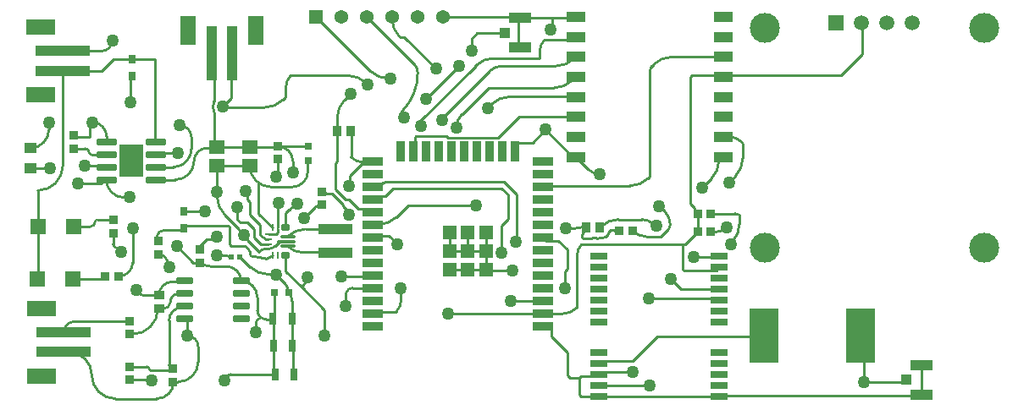
<source format=gbr>
%TF.GenerationSoftware,Altium Limited,Altium Designer,25.5.2 (35)*%
G04 Layer_Physical_Order=1*
G04 Layer_Color=255*
%FSLAX45Y45*%
%MOMM*%
%TF.SameCoordinates,50C6A35A-3351-48EA-99BD-CB12244F42B2*%
%TF.FilePolarity,Positive*%
%TF.FileFunction,Copper,L1,Top,Signal*%
%TF.Part,Single*%
G01*
G75*
%TA.AperFunction,Conductor*%
%ADD10C,0.25400*%
%TA.AperFunction,BGAPad,CuDef*%
%ADD11R,1.33000X1.33000*%
%TA.AperFunction,SMDPad,CuDef*%
%ADD12R,0.90000X2.00000*%
%ADD13R,2.00000X0.90000*%
G04:AMPARAMS|DCode=14|XSize=0.65mm|YSize=1.65mm|CornerRadius=0.04875mm|HoleSize=0mm|Usage=FLASHONLY|Rotation=90.000|XOffset=0mm|YOffset=0mm|HoleType=Round|Shape=RoundedRectangle|*
%AMROUNDEDRECTD14*
21,1,0.65000,1.55250,0,0,90.0*
21,1,0.55250,1.65000,0,0,90.0*
1,1,0.09750,0.77625,0.27625*
1,1,0.09750,0.77625,-0.27625*
1,1,0.09750,-0.77625,-0.27625*
1,1,0.09750,-0.77625,0.27625*
%
%ADD14ROUNDEDRECTD14*%
%ADD15R,1.00000X0.90000*%
%ADD16R,1.95000X1.05000*%
%ADD17R,2.20000X1.05000*%
%ADD18R,0.70000X0.70000*%
%TA.AperFunction,ConnectorPad*%
%ADD19R,1.80000X0.80000*%
%TA.AperFunction,SMDPad,CuDef*%
%ADD20R,0.70000X1.30000*%
%TA.AperFunction,ConnectorPad*%
%ADD21R,1.00000X5.50000*%
%TA.AperFunction,SMDPad,CuDef*%
%ADD22R,1.55620X1.45464*%
G04:AMPARAMS|DCode=23|XSize=1.97mm|YSize=0.6mm|CornerRadius=0.075mm|HoleSize=0mm|Usage=FLASHONLY|Rotation=0.000|XOffset=0mm|YOffset=0mm|HoleType=Round|Shape=RoundedRectangle|*
%AMROUNDEDRECTD23*
21,1,1.97000,0.45000,0,0,0.0*
21,1,1.82000,0.60000,0,0,0.0*
1,1,0.15000,0.91000,-0.22500*
1,1,0.15000,-0.91000,-0.22500*
1,1,0.15000,-0.91000,0.22500*
1,1,0.15000,0.91000,0.22500*
%
%ADD23ROUNDEDRECTD23*%
%ADD24R,5.50000X1.00000*%
%ADD25R,0.95000X0.85000*%
%ADD26R,1.20000X1.00000*%
%TA.AperFunction,SMDPad,SMDef*%
G04:AMPARAMS|DCode=27|XSize=0.25mm|YSize=0.6mm|CornerRadius=0.05mm|HoleSize=0mm|Usage=FLASHONLY|Rotation=0.000|XOffset=0mm|YOffset=0mm|HoleType=Round|Shape=RoundedRectangle|*
%AMROUNDEDRECTD27*
21,1,0.25000,0.50000,0,0,0.0*
21,1,0.15000,0.60000,0,0,0.0*
1,1,0.10000,0.07500,-0.25000*
1,1,0.10000,-0.07500,-0.25000*
1,1,0.10000,-0.07500,0.25000*
1,1,0.10000,0.07500,0.25000*
%
%ADD27ROUNDEDRECTD27*%
G04:AMPARAMS|DCode=28|XSize=1.8mm|YSize=0.35mm|CornerRadius=0.09975mm|HoleSize=0mm|Usage=FLASHONLY|Rotation=0.000|XOffset=0mm|YOffset=0mm|HoleType=Round|Shape=RoundedRectangle|*
%AMROUNDEDRECTD28*
21,1,1.80000,0.15050,0,0,0.0*
21,1,1.60050,0.35000,0,0,0.0*
1,1,0.19950,0.80025,-0.07525*
1,1,0.19950,-0.80025,-0.07525*
1,1,0.19950,-0.80025,0.07525*
1,1,0.19950,0.80025,0.07525*
%
%ADD28ROUNDEDRECTD28*%
G04:AMPARAMS|DCode=29|XSize=0.6mm|YSize=0.25mm|CornerRadius=0.05mm|HoleSize=0mm|Usage=FLASHONLY|Rotation=0.000|XOffset=0mm|YOffset=0mm|HoleType=Round|Shape=RoundedRectangle|*
%AMROUNDEDRECTD29*
21,1,0.60000,0.15000,0,0,0.0*
21,1,0.50000,0.25000,0,0,0.0*
1,1,0.10000,0.25000,-0.07500*
1,1,0.10000,-0.25000,-0.07500*
1,1,0.10000,-0.25000,0.07500*
1,1,0.10000,0.25000,0.07500*
%
%ADD29ROUNDEDRECTD29*%
%TA.AperFunction,SMDPad,CuDef*%
%ADD30R,0.70000X0.70000*%
%ADD31R,0.61535X0.57247*%
%ADD32R,0.90000X1.00000*%
%ADD33R,0.85000X0.95000*%
%TA.AperFunction,SMDPad,SMDef*%
G04:AMPARAMS|DCode=34|XSize=0.85mm|YSize=0.7mm|CornerRadius=0.1015mm|HoleSize=0mm|Usage=FLASHONLY|Rotation=0.000|XOffset=0mm|YOffset=0mm|HoleType=Round|Shape=RoundedRectangle|*
%AMROUNDEDRECTD34*
21,1,0.85000,0.49700,0,0,0.0*
21,1,0.64700,0.70000,0,0,0.0*
1,1,0.20300,0.32350,-0.24850*
1,1,0.20300,-0.32350,-0.24850*
1,1,0.20300,-0.32350,0.24850*
1,1,0.20300,0.32350,0.24850*
%
%ADD34ROUNDEDRECTD34*%
%TA.AperFunction,SMDPad,CuDef*%
%ADD35R,0.80000X0.90000*%
%ADD36R,2.90000X5.40000*%
%ADD37R,1.05000X1.00000*%
%TA.AperFunction,ConnectorPad*%
%ADD38R,1.60000X3.00000*%
%TA.AperFunction,SMDPad,CuDef*%
%ADD39R,3.00000X1.60000*%
%ADD40R,3.40000X0.98000*%
%TA.AperFunction,SMDPad,SMDef*%
G04:AMPARAMS|DCode=41|XSize=1.45mm|YSize=0.35mm|CornerRadius=0.09975mm|HoleSize=0mm|Usage=FLASHONLY|Rotation=0.000|XOffset=0mm|YOffset=0mm|HoleType=Round|Shape=RoundedRectangle|*
%AMROUNDEDRECTD41*
21,1,1.45000,0.15050,0,0,0.0*
21,1,1.25050,0.35000,0,0,0.0*
1,1,0.19950,0.62525,-0.07525*
1,1,0.19950,-0.62525,-0.07525*
1,1,0.19950,-0.62525,0.07525*
1,1,0.19950,0.62525,0.07525*
%
%ADD41ROUNDEDRECTD41*%
%TA.AperFunction,SMDPad,CuDef*%
%ADD42R,1.50000X1.60000*%
%ADD43R,2.41300X3.30200*%
%TA.AperFunction,ComponentPad*%
%ADD44R,1.50800X1.50800*%
%ADD45C,1.37000*%
%ADD46C,1.50800*%
%ADD47C,3.00000*%
%ADD48R,1.37000X1.37000*%
%TA.AperFunction,ViaPad*%
%ADD49C,1.27000*%
D10*
X1637473Y1260378D02*
G03*
X1499752Y1122657I0J-137721D01*
G01*
X1286768Y1177677D02*
G03*
X1341788Y1122657I55020J0D01*
G01*
X1286768Y1177677D02*
G03*
X1283393Y1181052I-3375J0D01*
G01*
X5469147Y3419755D02*
G03*
X5648752Y3494150I0J254000D01*
G01*
X4926230Y3419755D02*
G03*
X4805657Y3369812I0J-170517D01*
G01*
X4332935Y2880139D02*
G03*
X4341411Y2900602I-20463J20463D01*
G01*
X3872424Y958995D02*
G03*
X3920453Y1074947I-115952J115952D01*
G01*
X3711788Y958995D02*
G03*
X3643582Y930743I0J-96458D01*
G01*
X5653117Y3900447D02*
G03*
X5669209Y3907112I0J22757D01*
G01*
X5430213Y3828520D02*
G03*
X5435870Y3814863I19314J0D01*
G01*
X5426898Y3805891D02*
G03*
X5418897Y3786574I19317J-19317D01*
G01*
X7337283Y2639909D02*
G03*
X7330793Y2655576I-22155J0D01*
G01*
X7262888Y2317601D02*
G03*
X7337283Y2497206I-179605J179605D01*
G01*
X7330793Y2655576D02*
G03*
X7193730Y2712349I-137063J-137063D01*
G01*
X5788364Y2387821D02*
G03*
X5907892Y2338311I119529J119529D01*
G01*
X5636382Y2508235D02*
G03*
X5650870Y2502234I14488J14488D01*
G01*
X5089805Y3903326D02*
G03*
X5064132Y3913960I-25673J-25673D01*
G01*
X5089805Y3629370D02*
G03*
X5100846Y3602715I37696J0D01*
G01*
X3571433Y3250756D02*
G03*
X3391828Y3325151I-179605J-179605D01*
G01*
X2832505Y2208489D02*
G03*
X2989098Y2365082I0J156593D01*
G01*
X2831273Y879571D02*
G03*
X2828465Y886350I-9588J0D01*
G01*
X2844331Y591716D02*
G03*
X2833294Y618362I-37684J0D01*
G01*
X2818871Y3325151D02*
G03*
X2767688Y3201585I123566J-123566D01*
G01*
X2556914Y3005261D02*
G03*
X2736519Y3079656I0J254000D01*
G01*
X2503388Y2246342D02*
G03*
X2497527Y2232194I14148J-14148D01*
G01*
X2400445Y2419639D02*
G03*
X2403137Y2422331I0J2693D01*
G01*
X2406788Y2425011D02*
G03*
X2623310Y2208489I216522J0D01*
G01*
X1035194Y3676043D02*
G03*
X1032463Y3673312I0J-2730D01*
G01*
X929978Y3570828D02*
G03*
X1032463Y3673312I0J102485D01*
G01*
X976717Y2715885D02*
G03*
X836552Y2856050I-140165J0D01*
G01*
D02*
G03*
X805995Y2825492I0J-30557D01*
G01*
X403610Y2851433D02*
G03*
X400714Y2854329I-2896J0D01*
G01*
X987689Y2411865D02*
G03*
X980020Y2419534I-7669J0D01*
G01*
X644572Y2717213D02*
G03*
X647894Y2713892I3321J0D01*
G01*
X215389Y2598157D02*
G03*
X400714Y2783482I0J185325D01*
G01*
X2379523Y1683176D02*
G03*
X2381158Y1679227I5585J0D01*
G01*
X2594818Y1588742D02*
G03*
X2659270Y1615438I0J91149D01*
G01*
X2301196Y1787744D02*
G03*
X2308447Y1770237I24759J0D01*
G01*
X2082887Y2111263D02*
G03*
X2157282Y1931658I254000J0D01*
G01*
X2348679Y1726358D02*
G03*
X2357403Y1705296I29786J0D01*
G01*
X2798226Y1150349D02*
G03*
X2759437Y1243994I-132434J0D01*
G01*
X2831274Y1063962D02*
G03*
X2794588Y1152530I-125254J0D01*
G01*
X2573085Y1588742D02*
G03*
X2501355Y1559030I0J-101441D01*
G01*
X2411219Y1409037D02*
G03*
X2590824Y1334642I179605J179605D01*
G01*
X1783955Y858807D02*
G03*
X1752252Y890510I-31703J0D01*
G01*
X1587209Y1416410D02*
G03*
X1593736Y1409883I6527J0D01*
G01*
X1587209Y1440646D02*
G03*
X1492927Y1534928I-94282J0D01*
G01*
X1692576Y256447D02*
G03*
X1893052Y456923I0J200476D01*
G01*
Y609842D02*
G03*
X1783955Y718939I-109097J0D01*
G01*
X828761Y326084D02*
G03*
X599593Y555251I-229167J0D01*
G01*
X1477722Y88060D02*
G03*
X1648501Y258840I0J170779D01*
G01*
X828761Y326084D02*
G03*
X1066785Y88060I238024J0D01*
G01*
X3421330Y2762970D02*
G03*
X3419581Y2767191I-5970J0D01*
G01*
X3421330Y2506665D02*
G03*
X3540338Y2457370I119008J119008D01*
G01*
X3127578Y2163065D02*
G03*
X3180122Y2141300I52543J52543D01*
G01*
X3350700Y2004330D02*
G03*
X3340397Y2029204I-35177J0D01*
G01*
X3397328Y1931474D02*
G03*
X3378782Y1976249I-63321J0D01*
G01*
X6625774Y3510792D02*
G03*
X6446168Y3436397I0J-254000D01*
G01*
X6424853Y3415081D02*
G03*
X6409542Y3378119I36962J-36962D01*
G01*
X6212475Y2220936D02*
G03*
X6392080Y2295331I0J254000D01*
G01*
X3395000Y1182277D02*
G03*
X3368085Y1117298I64978J-64978D01*
G01*
X3432130Y1197656D02*
G03*
X3395000Y1182277I0J-52510D01*
G01*
X3356841Y3081193D02*
G03*
X3282446Y2901588I179605J-179605D01*
G01*
X4494136Y3414909D02*
G03*
X4497382Y3422747I-7838J7838D01*
G01*
X5006656Y3112812D02*
G03*
X4827051Y3038417I0J-254000D01*
G01*
X4531585Y2938911D02*
G03*
X4473087Y2806591I141764J-141764D01*
G01*
X5451375Y3201983D02*
G03*
X5630980Y3276378I0J254000D01*
G01*
X3692927Y1831768D02*
G03*
X3872532Y1906163I0J254000D01*
G01*
X4386269Y944041D02*
G03*
X4389048Y942890I2779J2779D01*
G01*
X5530669Y938516D02*
G03*
X5679244Y1000057I0J210116D01*
G01*
X5727644Y1635520D02*
G03*
X5679243Y1518672I116848J-116849D01*
G01*
X3125279Y2030734D02*
G03*
X3064722Y2005650I0J-85641D01*
G01*
X1909188Y1457175D02*
G03*
X2013719Y1413877I104531J104531D01*
G01*
X2322532Y1267141D02*
G03*
X2321970Y1267142I-562J-161841D01*
G01*
X2322532Y1267141D02*
G03*
X2173704Y1414773I-151023J-3414D01*
G01*
X2640273Y886355D02*
G03*
X2654588Y900670I0J14315D01*
G01*
X2483812Y973323D02*
G03*
X2572502Y884633I88690J0D01*
G01*
X2524321Y897548D02*
G03*
X2469151Y842378I0J-55170D01*
G01*
X2643293Y349301D02*
G03*
X2656046Y336548I12753J0D01*
G01*
X2483812Y1105300D02*
G03*
X2322533Y1267141I-161842J0D01*
G01*
X2217409Y332488D02*
G03*
X2155502Y270581I0J-61907D01*
G01*
X1359243Y280187D02*
G03*
X1366714Y272716I7471J0D01*
G01*
X5968598Y1713601D02*
G03*
X5968579Y1713598I4144J-25060D01*
G01*
X5829421Y1693983D02*
G03*
X5871321Y1697440I0J255662D01*
G01*
X5339189Y1069890D02*
G03*
X5429939Y1032301I90750J90750D01*
G01*
X3334227Y1313054D02*
G03*
X3325084Y1309266I0J-12930D01*
G01*
X4087812Y3353881D02*
G03*
X4053007Y3437908I-118832J0D01*
G01*
X3928174Y2962227D02*
G03*
X4087812Y3353881I-400621J391654D01*
G01*
X3928174Y2952008D02*
G03*
X3928174Y2952006I25400J-1D01*
G01*
X4117506Y2822713D02*
G03*
X4108326Y2844876I-31344J0D01*
G01*
X6446045Y1834908D02*
G03*
X6327647Y1883951I-118398J-118398D01*
G01*
X6095276D02*
G03*
X5915671Y1809556I0J-254000D01*
G01*
X6611828Y1826869D02*
G03*
X6551935Y1971464I-204489J0D01*
G01*
X6595770Y1788102D02*
G03*
X6611828Y1826869I-38767J38767D01*
G01*
X6234903Y1769787D02*
G03*
X6374193Y1712092I139290J139290D01*
G01*
X7052161Y1756293D02*
G03*
X7176667Y1807865I0J176078D01*
G01*
X7229360Y1657953D02*
G03*
X7303755Y1837558I-179605J179605D01*
G01*
Y1925743D02*
G03*
X7260413Y1943695I-43342J-43342D01*
G01*
X1563609Y1779269D02*
G03*
X1472739Y1704108I0J-92512D01*
G01*
X2419863Y1517563D02*
G03*
X2562465Y1492430I159680J488888D01*
G01*
X2418079Y1519706D02*
G03*
X2385909Y1597370I-109834J0D01*
G01*
X2221448Y1504282D02*
G03*
X2174296Y1523814I-47152J-47152D01*
G01*
X5354910Y3681903D02*
G03*
X5305466Y3562432I119367J-119368D01*
G01*
X4845909Y3497838D02*
G03*
X4666304Y3423443I0J-254000D01*
G01*
X7024460Y2293799D02*
G03*
X7098855Y2473404I-179605J179605D01*
G01*
X4945259Y3747452D02*
G03*
X4958524Y3752947I0J18760D01*
G01*
X2787318Y1613742D02*
G03*
X2928829Y1555126I141511J141511D01*
G01*
X3830956Y3892722D02*
G03*
X3905351Y3713117I254000J0D01*
G01*
X3612260Y3370655D02*
G03*
X3791865Y3296261I179605J179605D01*
G01*
X2963903Y1786885D02*
G03*
X2787318Y1713742I0J-249729D01*
G01*
X1472739Y1701513D02*
G03*
X1472739Y1701510I25400J-2D01*
G01*
X2668503Y2315453D02*
G03*
X2688248Y2335198I0J19745D01*
G01*
X2840198Y2465117D02*
G03*
X2688248Y2617068I-151950J0D01*
G01*
X2994150Y2602498D02*
G03*
X2979580Y2617068I-14570J0D01*
G01*
X2683581Y2610168D02*
G03*
X2691066Y2617652I0J7485D01*
G01*
X1099776Y1313770D02*
G03*
X1237637Y1451631I0J137861D01*
G01*
X1823543Y2710757D02*
G03*
X1709808Y2824491I-113735J0D01*
G01*
X1818533Y2546806D02*
G03*
X1823543Y2588979I-174985J42173D01*
G01*
X1817072Y2542532D02*
G03*
X1818533Y2546806I-23210J10318D01*
G01*
X1817072Y2542532D02*
G03*
X1807225Y2514975I167705J-75460D01*
G01*
X1805643Y2510726D02*
G03*
X1807225Y2514975I-22915J10958D01*
G01*
X1643547Y2408984D02*
G03*
X1805643Y2510726I0J179996D01*
G01*
X1984777Y2600172D02*
G03*
X1851677Y2467072I0J-133100D01*
G01*
X1666589Y2281984D02*
G03*
X1851677Y2467072I0J185088D01*
G01*
X2053377Y2953841D02*
G03*
X2050643Y2965303I-25400J0D01*
G01*
X2050650Y3057258D02*
G03*
X2050643Y2965303I90598J-45984D01*
G01*
X2050650Y3057258D02*
G03*
X2053377Y3068706I-22674J11449D01*
G01*
Y3525476D02*
G03*
X2028636Y3550217I-24741J0D01*
G01*
X1495875Y2551932D02*
G03*
X1482215Y2538272I0J-13660D01*
G01*
X801466Y2557285D02*
G03*
X764687Y2594064I-36779J0D01*
G01*
X801466Y2557285D02*
G03*
X827200Y2531551I25734J0D01*
G01*
X882167Y1881675D02*
G03*
X864971Y1864478I0J-17196D01*
G01*
X811643Y1811151D02*
G03*
X864971Y1864478I0J53328D01*
G01*
X927024Y2247061D02*
G03*
X967398Y2287435I0J40374D01*
G01*
X974291Y2281984D02*
G03*
X1153214Y2103061I178923J0D01*
G01*
X1205602D02*
G03*
X1210987Y2108446I0J5385D01*
G01*
X1120970Y1556238D02*
G03*
X1079989Y1597219I-40981J0D01*
G01*
X1042355Y1634853D02*
G03*
X1079989Y1597219I37634J0D01*
G01*
X1401936Y386923D02*
G03*
X1412611Y376249I10674J0D01*
G01*
X1401936Y386923D02*
G03*
X1379741Y409119I-22195J0D01*
G01*
X1735930Y1005486D02*
G03*
X1601949Y871505I0J-133981D01*
G01*
Y426929D02*
G03*
X1642133Y386745I40184J0D01*
G01*
X1696717Y1140558D02*
G03*
X1616111Y1059952I0J-80606D01*
G01*
X1543816Y987657D02*
G03*
X1616111Y1059952I0J72295D01*
G01*
X1234666Y733429D02*
G03*
X1488666Y987429I0J254000D01*
G01*
X654600Y860616D02*
G03*
X549235Y755251I0J-105365D01*
G01*
X399472Y2384333D02*
G03*
X411584Y2396445I0J12112D01*
G01*
X373901Y2384333D02*
G03*
X360077Y2398157I-13824J0D01*
G01*
X1228283Y3333019D02*
G03*
X1218850Y3323586I0J-9434D01*
G01*
X276010Y1273369D02*
G03*
X290129Y1287487I0J14119D01*
G01*
X956468Y1290952D02*
G03*
X976373Y1310857I0J19905D01*
G01*
X289468Y2173280D02*
G03*
X539391Y2423203I0J249923D01*
G01*
X1645022Y256447D02*
X1692576D01*
X400714Y2783482D02*
Y2854329D01*
X7069785Y1091081D02*
X7090275Y1070592D01*
X6396576Y1091081D02*
X7069785D01*
X4928089Y1547693D02*
Y1822651D01*
X4989878Y1884440D01*
Y2131905D01*
X4927224Y2194559D02*
X4989878Y2131905D01*
X3838382Y2194559D02*
X4927224D01*
X3762013Y2118191D02*
X3838382Y2194559D01*
X3671489Y2118191D02*
X3762013D01*
X3639189Y2085890D02*
X3671489Y2118191D01*
X4407987Y1380092D02*
X4601988D01*
X4772153Y1760524D02*
X4772689Y1759988D01*
X4781972Y1373108D02*
X5036904D01*
X4772689Y1382390D02*
X4781972Y1373108D01*
X4950640Y2258953D02*
X5073574Y2136019D01*
X3757133Y2258953D02*
X4950640D01*
X3754971Y2256790D02*
X3757133Y2258953D01*
X3639189Y2212890D02*
X3694189D01*
X3738089Y2256790D02*
X3754971D01*
X3694189Y2212890D02*
X3738089Y2256790D01*
X6718546Y1181818D02*
X7107836D01*
X6613174Y1287190D02*
X6718546Y1181818D01*
X5067720Y1655992D02*
X5073574Y1661845D01*
Y2136019D01*
X3878407Y1634740D02*
Y1641899D01*
X3801164Y1719142D02*
X3878407Y1641899D01*
X3656603Y1719142D02*
X3801164D01*
X5583892Y1389287D02*
Y1582793D01*
X5559900Y1196558D02*
Y1365295D01*
X5583892Y1389287D01*
X5339189Y1704890D02*
X5371489Y1672590D01*
X5494094D02*
X5583892Y1582793D01*
X5371489Y1672590D02*
X5494094D01*
X1637473Y1260378D02*
X1749002D01*
X1341788Y1122657D02*
X1499752D01*
X1273267Y1181052D02*
X1283393D01*
X5648752Y3494150D02*
X5665394Y3510792D01*
X4926230Y3419755D02*
X5469147D01*
X4341411Y2905566D02*
X4805657Y3369812D01*
X4341411Y2900602D02*
Y2905566D01*
X3920453Y1074947D02*
Y1196313D01*
X3711788Y958995D02*
X3872424D01*
X5650867Y2913144D02*
X5656303Y2907707D01*
X5101772Y2913144D02*
X5650867D01*
X4893618Y2704991D02*
X5101772Y2913144D01*
X4388771Y2704991D02*
X4893618D01*
X4372649Y2721113D02*
X4388771Y2704991D01*
X4072828Y2721113D02*
X4372649D01*
X4057948Y2706234D02*
X4072828Y2721113D01*
X4057948Y2580150D02*
Y2706234D01*
X4044689Y2566890D02*
X4057948Y2580150D01*
X7142630Y2712349D02*
X7193730D01*
X5430213Y3900447D02*
X5653117D01*
X5426898Y3805891D02*
X5435870Y3814863D01*
X5111024Y3900447D02*
X5430213D01*
Y3828520D02*
Y3900447D01*
X5362318Y2782299D02*
X5636382Y2508235D01*
X7337283Y2497206D02*
Y2639909D01*
X7197481Y2252194D02*
X7262888Y2317601D01*
X5665394Y2510792D02*
X5788364Y2387821D01*
X4338956Y3913960D02*
X5064132D01*
X5089805Y3629370D02*
Y3903326D01*
X2818871Y3325151D02*
X3391828D01*
X5234209Y2654191D02*
X5362318Y2782299D01*
X5092989Y2654191D02*
X5234209D01*
X5058280Y2619481D02*
X5092989Y2654191D01*
X5058280Y2592385D02*
Y2619481D01*
X3571433Y3250756D02*
X3589806Y3232383D01*
X4404727Y1748428D02*
X4405689Y1749390D01*
X2989098Y2365082D02*
Y2479581D01*
X6849638Y1507136D02*
X7120471D01*
X9123603Y126590D02*
Y425857D01*
X5394189Y815890D02*
X5426489Y783590D01*
X5584968Y319307D02*
Y554998D01*
X5426489Y713477D02*
Y783590D01*
Y713477D02*
X5584968Y554998D01*
X5914698Y352726D02*
X6239972D01*
X7090023Y116428D02*
X9109175D01*
X5890191Y328219D02*
X5914698Y352726D01*
X5878666Y313698D02*
X5891689Y326720D01*
X9109175Y116428D02*
X9123603Y130856D01*
X5897966Y112997D02*
X7093009D01*
X5704671Y298819D02*
X5719550Y313698D01*
X5878666D01*
X5584968Y319307D02*
X5609475Y294801D01*
X5703047D01*
X5719550Y109835D02*
X5897966D01*
X5704671Y124714D02*
Y298819D01*
Y124714D02*
X5719550Y109835D01*
X4772689Y1565890D02*
Y1759988D01*
X4587481Y1567599D02*
X4589189Y1565890D01*
Y1571057D02*
Y1749390D01*
X4587898Y1569766D02*
X4589189Y1571057D01*
X4772689Y1382390D02*
Y1565890D01*
X4589189D02*
X4589649Y1565431D01*
X4756979D01*
X4403642Y1567599D02*
X4587481D01*
X4404727D02*
Y1748428D01*
X4589189Y1382390D02*
X4769855D01*
X4405689D02*
X4407987Y1380092D01*
X5339189Y815890D02*
X5394189D01*
X2831274Y894128D02*
Y1063962D01*
X2844331Y341989D02*
Y591716D01*
X2831273Y621789D02*
Y879571D01*
X2767688Y3110825D02*
Y3201585D01*
X2736519Y3079656D02*
X2767688Y3110825D01*
X2226182Y3096207D02*
Y3533017D01*
X2141249Y3011274D02*
X2226182Y3096207D01*
X2137505Y3005261D02*
X2556914D01*
X2074922Y2419639D02*
X2400445D01*
X2623310Y2208489D02*
X2832505D01*
X2082887Y2162825D02*
Y2402149D01*
X2069124Y2415912D02*
X2082887Y2402149D01*
X1035194Y3676043D02*
X1036559D01*
X539391Y3570828D02*
X929978D01*
X976717Y2653441D02*
Y2715885D01*
X805995Y2713892D02*
Y2825492D01*
X757621Y2419534D02*
X980020D01*
X647894Y2713892D02*
X805995D01*
X2497527Y1943532D02*
X2637318Y1803742D01*
X2497527Y1943532D02*
Y2232194D01*
X2357403Y1705296D02*
X2379523Y1683176D01*
X2659270Y1615438D02*
X2705293Y1661461D01*
X2381158Y1679227D02*
X2501355Y1559030D01*
X2308447Y1770237D02*
X2346616Y1732068D01*
X2157282Y1931658D02*
X2301196Y1787744D01*
X2670403Y1333028D02*
X2759437Y1243994D01*
X2590824Y1334642D02*
X2640924D01*
X2573085Y1588742D02*
X2594818D01*
X2310572Y1509684D02*
X2411219Y1409037D01*
X2082887Y2111263D02*
Y2162825D01*
X1783955Y718939D02*
Y858807D01*
X1587209Y1416410D02*
Y1440646D01*
X1593736Y1409883D02*
X1603993D01*
X1893052Y456923D02*
Y609842D01*
X549235Y555251D02*
X599593D01*
X1066785Y88060D02*
X1477722D01*
X3396498Y2219074D02*
X3407674Y2230250D01*
Y2320674D01*
X3506694Y2419693D01*
X3542354Y2455353D02*
X3545956Y2458955D01*
X3506694Y2419693D02*
X3542354Y2455353D01*
X3421330Y2506665D02*
Y2762970D01*
X3180122Y2141300D02*
X3228301D01*
X3340397Y2029204D01*
X3350700Y2004330D02*
X3378782Y1976249D01*
X6625774Y3510792D02*
X7145394D01*
X6424853Y3415081D02*
X6446168Y3436397D01*
X6409542Y2312793D02*
Y3378119D01*
X6392080Y2295331D02*
X6409542Y2312793D01*
X5378700Y2220936D02*
X6212475D01*
X3368085Y1020787D02*
Y1117298D01*
X3432130Y1197656D02*
X3629544D01*
X3267715Y2182426D02*
X3363333Y2086808D01*
X3267715Y2447725D02*
X3284581Y2464591D01*
X3267715Y2182426D02*
Y2447725D01*
X3363333Y2086808D02*
X3397098D01*
X3284581Y2464591D02*
Y2767191D01*
X3397098Y2086808D02*
X3492715Y1991191D01*
X3282446Y2767191D02*
Y2901588D01*
X3492715Y1991191D02*
X3589898D01*
X3356841Y3081193D02*
X3414850Y3139203D01*
X4173672Y3094445D02*
X4494136Y3414909D01*
X4784359Y2995725D02*
X4827051Y3038417D01*
X5006656Y3112812D02*
X5668249D01*
X3589898Y1991191D02*
X3628040Y1953048D01*
X3991047Y2024678D02*
X4670884D01*
X3872532Y1906163D02*
X3991047Y2024678D01*
X5630980Y3276378D02*
X5665394Y3310792D01*
X4794657Y3201983D02*
X5451375D01*
X4531585Y2938911D02*
X4794657Y3201983D01*
X3626860Y1831768D02*
X3692927D01*
X6885615Y1758175D02*
Y1943695D01*
X6846697Y1722019D02*
X6856530D01*
Y1731853D02*
X6886061Y1761384D01*
X6732020Y1387578D02*
Y1635520D01*
X7005787Y1372699D02*
X7008785Y1375697D01*
X7070666D01*
X7097966Y1402997D01*
X6637869Y1635520D02*
X6732020D01*
X6760197D01*
X6746899Y1372699D02*
X7005787D01*
X6732020Y1387578D02*
X6746899Y1372699D01*
X6846697Y1722020D02*
X6856530Y1731853D01*
X6760197Y1635520D02*
X6846697Y1722019D01*
X6637868Y1635520D02*
X6637869Y1635520D01*
X5727644Y1635520D02*
X6637868D01*
X4389048Y942890D02*
X5339189D01*
X5679244Y1000057D02*
Y1518672D01*
X5339189Y938516D02*
X5530669D01*
X7127962Y3328223D02*
X7145394Y3310792D01*
X6826099Y3328223D02*
X7127962D01*
X6811220Y3313344D02*
X6826099Y3328223D01*
X6811220Y2039344D02*
Y3313344D01*
X7145394Y3310792D02*
X7165678Y3331076D01*
X8321555D02*
X8533157Y3542678D01*
Y3847241D01*
X6855815Y1973495D02*
X6885615Y1943695D01*
X7165678Y3331076D02*
X8321555D01*
X8526358Y3854040D02*
X8533157Y3847241D01*
X6855815Y1973495D02*
Y1994749D01*
X6811220Y2039344D02*
X6855815Y1994749D01*
X2954171Y1895100D02*
X3064721Y2005650D01*
X2982078Y1273389D02*
Y1300882D01*
X2951360Y1238716D02*
Y1242671D01*
X2982078Y1273389D01*
X2923485Y1210840D02*
X2951360Y1238716D01*
X2923485Y1210840D02*
X3157546Y976779D01*
Y718725D02*
Y976779D01*
X2759086Y1524820D02*
X2767830Y1516076D01*
Y1366495D02*
Y1516076D01*
X2173704Y1414773D02*
X2173704D01*
X2164378Y1413877D02*
X2173704Y1414773D01*
X2767830Y1366495D02*
X2923485Y1210840D01*
X2013719Y1413877D02*
X2164378D01*
X1946297Y1963693D02*
X1958391D01*
X1946297D02*
Y1965242D01*
X1958391Y1963693D02*
Y1965036D01*
X1745824Y1965242D02*
X1946297D01*
X1839641Y1452034D02*
X1909188D01*
X1677835Y1613840D02*
X1839641Y1452034D01*
X2654588Y900670D02*
Y1152530D01*
X2642526Y618362D02*
Y882289D01*
X2483812Y973323D02*
Y1105300D01*
X2572502Y884633D02*
X2647754D01*
X2643293Y349301D02*
Y618362D01*
X2217409Y332488D02*
X2656046D01*
X2469151Y756769D02*
Y842378D01*
X1366714Y272716D02*
X1429689D01*
X1359243Y279119D02*
Y280187D01*
X1209810Y279119D02*
X1359243D01*
X5571161Y1794555D02*
X5645814D01*
X5990916Y1735920D02*
Y1751175D01*
X5740093Y1693983D02*
X5829421Y1693983D01*
X5725215Y1708862D02*
Y1726769D01*
X5749121Y1764401D02*
X5772816Y1801701D01*
X5645814Y1794555D02*
X5740516Y1812803D01*
X6028510Y1775666D02*
X6075103Y1772080D01*
X5999047Y1759305D02*
X6018137Y1775666D01*
X5725215Y1726769D02*
X5749121Y1764401D01*
X6075103Y1772080D02*
X6104903Y1769787D01*
X5740516Y1812803D02*
X5772816Y1801701D01*
X5968598Y1713601D02*
X5990916Y1735920D01*
X5871321Y1697440D02*
X5968579Y1713598D01*
X5725215Y1708862D02*
X5740093Y1693983D01*
X6018137Y1775666D02*
X6028510D01*
X5990916Y1751175D02*
X5999047Y1759305D01*
X5016401Y1067210D02*
X5356419D01*
X3576956Y3913960D02*
X4053007Y3437909D01*
X3334227Y1313054D02*
X3612892D01*
X3928174Y2952008D02*
X3928174Y2962227D01*
X3928174Y2952006D02*
X3928174Y2946955D01*
X3946144Y2903573D01*
X4098031Y2855170D02*
X4666304Y3423443D01*
X4098031Y2855170D02*
X4108326Y2844876D01*
X5897966Y222997D02*
X6401690D01*
X8950671Y254465D02*
X8968442Y272237D01*
X8550893Y254465D02*
X8950671D01*
X8528543Y698687D02*
X8550893Y676336D01*
Y254465D02*
Y676336D01*
X6401690Y222997D02*
X6402425Y223733D01*
X6480652Y715450D02*
X7553490D01*
X6235499Y470297D02*
X6480652Y715450D01*
X5925266Y470297D02*
X6235499D01*
X5897966Y442997D02*
X5925266Y470297D01*
X6446045Y1834908D02*
X6458382Y1822572D01*
X6095276Y1883951D02*
X6327647D01*
X5907816Y1801701D02*
X5915671Y1809556D01*
X6506871Y2016527D02*
X6551935Y1971464D01*
X6519760Y1712092D02*
X6595770Y1788102D01*
X6374193Y1712092D02*
X6519760D01*
X7016427Y1756293D02*
X7052161D01*
X7215346Y1643940D02*
X7229360Y1657953D01*
X7303755Y1837558D02*
Y1925743D01*
X7015615Y1943695D02*
X7260413D01*
X2408792Y1929308D02*
Y2055851D01*
X2382173Y2082470D02*
X2408792Y2055851D01*
X2362733Y2170151D02*
X2382173Y2150711D01*
Y2082470D02*
Y2150711D01*
X1773124Y1823597D02*
X2192546D01*
X2207425Y1635599D02*
X2222304Y1620720D01*
X2207425Y1635599D02*
Y1808718D01*
X2192546Y1823597D02*
X2207425Y1808718D01*
X2222304Y1620720D02*
X2362560D01*
X1472739Y1694728D02*
Y1701510D01*
Y1701513D02*
X1472739Y1704108D01*
X1563609Y1779269D02*
X1716895D01*
X2362560Y1620720D02*
X2385909Y1597371D01*
X2562467Y1492432D02*
X2567171Y1494399D01*
X2285079Y1881514D02*
X2312152Y1854442D01*
X2285079Y1881514D02*
Y2006053D01*
X2408792Y1929308D02*
X2509523Y1828577D01*
X2312152Y1854442D02*
X2383544D01*
X2454179Y1783807D01*
X1938279Y1647125D02*
X1979822Y1688667D01*
X2062928D02*
X2081422Y1707160D01*
X1979822Y1688667D02*
X2062928D01*
X2687518Y2046754D02*
X2694353Y2053589D01*
X2687518Y1803942D02*
Y2046754D01*
X2687318Y1803742D02*
X2687518Y1803942D01*
X2509523Y1726868D02*
Y1828577D01*
Y1726868D02*
X2568777Y1685863D01*
X2454179Y1702234D02*
X2517671Y1638741D01*
X2454179Y1702234D02*
Y1783807D01*
X2519770Y1638742D02*
X2594818D01*
X2517671Y1638741D02*
X2519770D01*
X2078696Y1523814D02*
X2174296D01*
X1745824Y1795242D02*
Y1796297D01*
X1773124Y1823597D01*
X2579002Y1685863D02*
X2594818Y1688742D01*
X2568777Y1685863D02*
X2579002D01*
X2594818Y1738742D02*
X2672572D01*
X2687451Y1753621D01*
Y1784557D01*
X2567171Y1494399D02*
X2637318Y1523742D01*
X5636505Y3681903D02*
X5665394Y3710792D01*
X5354910Y3681903D02*
X5636505D01*
X5305466Y3497838D02*
Y3562433D01*
X4845909Y3497838D02*
X5305466D01*
X3905351Y3713117D02*
X3954300D01*
X4271283Y3396134D01*
X4682316Y3747452D02*
X4945259D01*
X4628749Y3693886D02*
X4682316Y3747452D01*
X4628749Y3577316D02*
Y3693886D01*
X7098855Y2473404D02*
Y2520840D01*
X6929855Y2199194D02*
X7024460Y2293799D01*
X2928829Y1555126D02*
X3262180D01*
X3830956Y3892722D02*
Y3913960D01*
X3791865Y3296261D02*
X3816272D01*
X3068956Y3913960D02*
X3612260Y3370655D01*
X2963903Y1786885D02*
X3240294D01*
X2762318Y1949475D02*
X2797932Y1985089D01*
X2762318Y1803742D02*
Y1949475D01*
X2803905Y1985089D02*
X2859267Y2040450D01*
X2797932Y1985089D02*
X2803905D01*
X1913044Y1586202D02*
Y1621890D01*
X1938279Y1647125D01*
X1718523Y1780168D02*
X1745824Y1795242D01*
X1716895Y1779269D02*
X1718523Y1780168D01*
X1472739Y1694728D02*
X1492927Y1664928D01*
X2859267Y2040450D02*
X2886760D01*
X2688248Y2335198D02*
Y2487068D01*
X2840198Y2353284D02*
Y2465117D01*
X2691066Y2617068D02*
X2979580D01*
X2406788Y2610168D02*
X2683581D01*
X2074922Y2604795D02*
X2406788D01*
X1913044Y1581954D02*
Y1586202D01*
X1237637Y1451631D02*
Y1792836D01*
X1709808Y2824491D02*
Y2825640D01*
X1823543Y2588979D02*
Y2710757D01*
X1469291Y2408984D02*
X1643547D01*
X2053377Y2602990D02*
Y2953841D01*
Y3068706D02*
Y3525476D01*
X1984777Y2600172D02*
X2053377D01*
X1469291Y2281984D02*
X1666589D01*
X1495875Y2551932D02*
X1687121D01*
X827200Y2531551D02*
X972832D01*
X882167Y1881675D02*
X1045528D01*
X650129Y1811151D02*
X811643D01*
X1153214Y2103061D02*
X1205602D01*
X1120970Y1554720D02*
Y1556238D01*
X1042355Y1634853D02*
Y1748420D01*
X1412611Y376249D02*
X1657038D01*
X1209810Y409119D02*
X1379741D01*
X1735930Y1005486D02*
X1753358D01*
X1601949Y426929D02*
Y871505D01*
X1696717Y1140558D02*
X1751180D01*
X1499752Y987657D02*
X1543816D01*
X1488666Y987429D02*
Y989150D01*
X1208518Y733429D02*
X1234666D01*
X654600Y860616D02*
X1204365D01*
X692855Y2247061D02*
X927024D01*
X215389Y2398157D02*
X360077D01*
X373901Y2384333D02*
X399472D01*
X647916Y2594064D02*
X764687D01*
X1218850Y3055676D02*
Y3323586D01*
X290129Y1287487D02*
Y1811151D01*
X1461705Y2658146D02*
Y3489008D01*
X539391Y2423203D02*
Y3370827D01*
X640925Y1290952D02*
X956468D01*
X931729Y3370827D02*
X1048487Y3487586D01*
X539391Y3370827D02*
X931729D01*
X1048487Y3487586D02*
X1232684D01*
X289468Y1809710D02*
Y2173280D01*
X1461705Y2658146D02*
X1466817D01*
X1232807Y3489008D02*
X1461705D01*
D11*
X4405689Y1749390D02*
D03*
X4589189D02*
D03*
X4772689D02*
D03*
X4405689Y1565890D02*
D03*
X4589189D02*
D03*
X4772689D02*
D03*
X4405689Y1382390D02*
D03*
X4589189D02*
D03*
X4772689D02*
D03*
D12*
X3917689Y2566890D02*
D03*
X4044689D02*
D03*
X4171689D02*
D03*
X4298689D02*
D03*
X4425689D02*
D03*
X4552689D02*
D03*
X4679689D02*
D03*
X4806689D02*
D03*
X4933689D02*
D03*
X5060689D02*
D03*
D13*
X3639189Y815890D02*
D03*
Y942890D02*
D03*
Y1069890D02*
D03*
Y1196890D02*
D03*
Y1323890D02*
D03*
Y1450890D02*
D03*
Y1577890D02*
D03*
Y1704890D02*
D03*
Y1831890D02*
D03*
Y1958890D02*
D03*
Y2085890D02*
D03*
Y2212890D02*
D03*
Y2339890D02*
D03*
Y2466890D02*
D03*
X5339189D02*
D03*
Y2339890D02*
D03*
Y2212890D02*
D03*
Y2085890D02*
D03*
Y1958890D02*
D03*
Y1831890D02*
D03*
Y1704890D02*
D03*
Y1577890D02*
D03*
Y1450890D02*
D03*
Y1323890D02*
D03*
Y1196890D02*
D03*
Y1069890D02*
D03*
Y942890D02*
D03*
Y815890D02*
D03*
D14*
X1756970Y1267142D02*
D03*
Y886142D02*
D03*
X2321970Y1267142D02*
D03*
Y886142D02*
D03*
Y1013142D02*
D03*
Y1140142D02*
D03*
X1756970Y1013142D02*
D03*
Y1140142D02*
D03*
D15*
X1499752Y1122657D02*
D03*
Y987657D02*
D03*
D16*
X5665394Y3510792D02*
D03*
Y2910792D02*
D03*
Y3910792D02*
D03*
X7145394Y2710792D02*
D03*
X5665394Y2510792D02*
D03*
X7145394Y3510792D02*
D03*
X5665394Y3110792D02*
D03*
Y3310792D02*
D03*
X7145394D02*
D03*
Y3910792D02*
D03*
Y3710792D02*
D03*
Y3110792D02*
D03*
Y2910792D02*
D03*
Y2510792D02*
D03*
X5665394Y2710792D02*
D03*
Y3710792D02*
D03*
D17*
X5111024Y3900447D02*
D03*
Y3605447D02*
D03*
X9123603Y425857D02*
D03*
Y130856D02*
D03*
D18*
X2994840Y2474613D02*
D03*
Y2614614D02*
D03*
D19*
X7097966Y1512997D02*
D03*
X5897966Y332997D02*
D03*
X7097966Y112997D02*
D03*
X5897966D02*
D03*
X7097966Y1182997D02*
D03*
Y1402997D02*
D03*
Y1072997D02*
D03*
X5897966Y1512997D02*
D03*
Y1402997D02*
D03*
Y1292997D02*
D03*
Y1182997D02*
D03*
Y1072997D02*
D03*
Y962997D02*
D03*
Y852997D02*
D03*
Y552997D02*
D03*
Y442997D02*
D03*
Y222997D02*
D03*
X7097966D02*
D03*
Y332997D02*
D03*
Y442997D02*
D03*
Y552997D02*
D03*
Y852997D02*
D03*
Y962997D02*
D03*
Y1292997D02*
D03*
D20*
X2849108Y332770D02*
D03*
X2828465Y886350D02*
D03*
X2833294Y618362D02*
D03*
X2638465Y886350D02*
D03*
X2643293Y618362D02*
D03*
X2659107Y332770D02*
D03*
D21*
X2228636Y3550217D02*
D03*
X2028636D02*
D03*
D22*
X2406788Y2425011D02*
D03*
X2074922Y2419639D02*
D03*
X2406788Y2610168D02*
D03*
X2074922Y2604795D02*
D03*
D23*
X974291Y2662984D02*
D03*
Y2408984D02*
D03*
X1469291Y2662984D02*
D03*
X974291Y2535984D02*
D03*
Y2281984D02*
D03*
X1469291D02*
D03*
Y2408984D02*
D03*
Y2535984D02*
D03*
D24*
X539391Y3570828D02*
D03*
X549235Y555251D02*
D03*
X539391Y3370827D02*
D03*
X549235Y755251D02*
D03*
D25*
X647916Y2724064D02*
D03*
X1492927Y1534928D02*
D03*
X1642133Y256745D02*
D03*
X3127578Y2163065D02*
D03*
Y2033065D02*
D03*
X1913044Y1451954D02*
D03*
X1209810Y279119D02*
D03*
X1913044Y1581954D02*
D03*
X1042355Y1878420D02*
D03*
Y1748420D02*
D03*
X1209810Y409119D02*
D03*
X1492927Y1664928D02*
D03*
X1208518Y863429D02*
D03*
Y733429D02*
D03*
X1642133Y386745D02*
D03*
X647916Y2594064D02*
D03*
X2688248Y2487068D02*
D03*
Y2617068D02*
D03*
D26*
X215389Y2598157D02*
D03*
Y2398157D02*
D03*
D27*
X2637318Y1803742D02*
D03*
Y1523742D02*
D03*
X2687318D02*
D03*
Y1803742D02*
D03*
D28*
X2769818Y1663742D02*
D03*
D29*
X2594818Y1588742D02*
D03*
Y1738742D02*
D03*
Y1688742D02*
D03*
Y1638742D02*
D03*
D30*
X2794588Y1152530D02*
D03*
X2654588D02*
D03*
D31*
X2310572Y1509684D02*
D03*
X2224859D02*
D03*
D32*
X3419581Y2767191D02*
D03*
X3284581D02*
D03*
X5772816Y1801701D02*
D03*
X5907816D02*
D03*
D33*
X6885615Y1943695D02*
D03*
X6886061Y1761384D02*
D03*
X6104903Y1769787D02*
D03*
X6234903D02*
D03*
X965653Y1315627D02*
D03*
X1095653D02*
D03*
X7016061Y1761384D02*
D03*
X7015615Y1943695D02*
D03*
D34*
X2762318Y1523742D02*
D03*
Y1803742D02*
D03*
D35*
X1745824Y1965242D02*
D03*
X1232807Y3319007D02*
D03*
Y3489008D02*
D03*
X1745824Y1795242D02*
D03*
D36*
X7547640Y719383D02*
D03*
X8517640D02*
D03*
D37*
X8971103Y278357D02*
D03*
X4958524Y3752947D02*
D03*
D38*
X2468636Y3775217D02*
D03*
X1788635D02*
D03*
D39*
X314391Y3130827D02*
D03*
Y3810828D02*
D03*
X324235Y995252D02*
D03*
Y315251D02*
D03*
D40*
X3264609Y1790952D02*
D03*
Y1553953D02*
D03*
D41*
X2787318Y1613742D02*
D03*
Y1713742D02*
D03*
D42*
X280925Y1290952D02*
D03*
X640925D02*
D03*
X290129Y1811151D02*
D03*
X650129D02*
D03*
D43*
X1221791Y2472484D02*
D03*
D44*
X8272358Y3854040D02*
D03*
D45*
X4338956Y3913960D02*
D03*
X3322956D02*
D03*
X4084956D02*
D03*
X3576956D02*
D03*
X3830956D02*
D03*
D46*
X8526358Y3854040D02*
D03*
X9034358D02*
D03*
X8780358D02*
D03*
D47*
X7553358Y1604040D02*
D03*
X9753358D02*
D03*
Y3804040D02*
D03*
X7553358D02*
D03*
D48*
X3068956Y3913960D02*
D03*
D49*
X6396576Y1091081D02*
D03*
X4928089Y1547693D02*
D03*
X5036904Y1373108D02*
D03*
X6613174Y1287190D02*
D03*
X5067720Y1655992D02*
D03*
X3878407Y1634740D02*
D03*
X5559900Y1196558D02*
D03*
X1273267Y1181052D02*
D03*
X4332935Y2880139D02*
D03*
X3920453Y1196313D02*
D03*
X5418897Y3786574D02*
D03*
X5362318Y2782299D02*
D03*
X7197481Y2252194D02*
D03*
X5907892Y2338311D02*
D03*
X3589806Y3232383D02*
D03*
X6849638Y1507136D02*
D03*
X6239972Y352726D02*
D03*
X2141249Y3011274D02*
D03*
X1036559Y3676043D02*
D03*
X836552Y2856050D02*
D03*
X403610Y2851433D02*
D03*
X757621Y2419534D02*
D03*
X2348679Y1726358D02*
D03*
X2670403Y1333028D02*
D03*
X2082887Y2162825D02*
D03*
X1603993Y1409883D02*
D03*
X1783955Y718939D02*
D03*
X3396498Y2219074D02*
D03*
X3397328Y1931474D02*
D03*
X3368085Y1020787D02*
D03*
X3414850Y3139203D02*
D03*
X4173672Y3094445D02*
D03*
X4497382Y3422747D02*
D03*
X4784359Y2995725D02*
D03*
X4670884Y2024678D02*
D03*
X4473087Y2806591D02*
D03*
X4391679Y940831D02*
D03*
X3156057Y717236D02*
D03*
X2954171Y1895100D02*
D03*
X1958391Y1965036D02*
D03*
X2982078Y1300882D02*
D03*
X1677835Y1613840D02*
D03*
X2469151Y756769D02*
D03*
X1429689Y272716D02*
D03*
X2155502Y270581D02*
D03*
X5570239Y1795477D02*
D03*
X5016401Y1067210D02*
D03*
X3946144Y2903573D02*
D03*
X3325084Y1309266D02*
D03*
X4117506Y2822713D02*
D03*
X8550893Y254465D02*
D03*
X6402425Y223733D02*
D03*
X7176667Y1807865D02*
D03*
X6469156Y1821228D02*
D03*
X6502798Y2016353D02*
D03*
X2362733Y2170151D02*
D03*
X2285079Y2006053D02*
D03*
X2081422Y1707160D02*
D03*
X2694353Y2053589D02*
D03*
X4271283Y3396134D02*
D03*
X4628749Y3577316D02*
D03*
X6929855Y2199194D02*
D03*
X7217537Y1637140D02*
D03*
X3816272Y3296261D02*
D03*
X2078696Y1523814D02*
D03*
X2886760Y2040450D02*
D03*
X2668503Y2315453D02*
D03*
X2840198Y2353284D02*
D03*
X1237637Y1792836D02*
D03*
X1709808Y2825640D02*
D03*
X1687121Y2551932D02*
D03*
X1120970Y1554720D02*
D03*
X692855Y2247061D02*
D03*
X411584Y2396445D02*
D03*
X1218850Y3055676D02*
D03*
X1210987Y2108446D02*
D03*
%TF.MD5,91a5cb9e5a451ca8d41a7450568ba992*%
M02*

</source>
